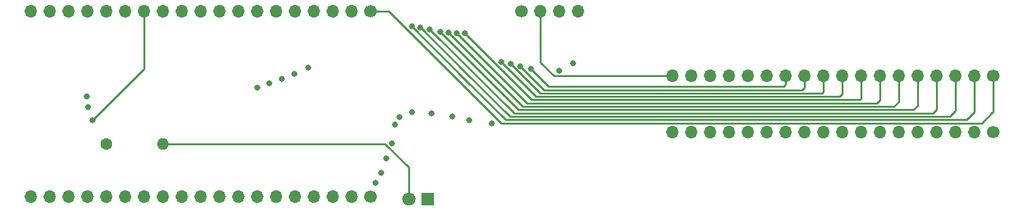
<source format=gbr>
%TF.GenerationSoftware,KiCad,Pcbnew,(6.0.6)*%
%TF.CreationDate,2022-07-10T22:52:01+02:00*%
%TF.ProjectId,ESP32_DevKit_C_v4-AZDelivery_Breadboard_Adapter,45535033-325f-4446-9576-4b69745f435f,rev?*%
%TF.SameCoordinates,Original*%
%TF.FileFunction,Copper,L4,Bot*%
%TF.FilePolarity,Positive*%
%FSLAX46Y46*%
G04 Gerber Fmt 4.6, Leading zero omitted, Abs format (unit mm)*
G04 Created by KiCad (PCBNEW (6.0.6)) date 2022-07-10 22:52:01*
%MOMM*%
%LPD*%
G01*
G04 APERTURE LIST*
%TA.AperFunction,ComponentPad*%
%ADD10C,1.800000*%
%TD*%
%TA.AperFunction,ComponentPad*%
%ADD11R,1.800000X1.800000*%
%TD*%
%TA.AperFunction,ComponentPad*%
%ADD12O,1.600000X1.600000*%
%TD*%
%TA.AperFunction,ComponentPad*%
%ADD13C,1.600000*%
%TD*%
%TA.AperFunction,ComponentPad*%
%ADD14O,1.700000X1.700000*%
%TD*%
%TA.AperFunction,ComponentPad*%
%ADD15C,1.700000*%
%TD*%
%TA.AperFunction,ViaPad*%
%ADD16C,0.800000*%
%TD*%
%TA.AperFunction,Conductor*%
%ADD17C,0.250000*%
%TD*%
G04 APERTURE END LIST*
D10*
%TO.P,D1,2,A*%
%TO.N,Net-(D1-Pad2)*%
X127060000Y-80190000D03*
D11*
%TO.P,D1,1,K*%
%TO.N,GND*%
X129600000Y-80190000D03*
%TD*%
D12*
%TO.P,R1,2*%
%TO.N,Net-(D1-Pad2)*%
X93970000Y-72690000D03*
D13*
%TO.P,R1,1*%
%TO.N,GPIO2*%
X86350000Y-72690000D03*
%TD*%
D14*
%TO.P,J5,4,Pin_4*%
%TO.N,GPIO21*%
X149860000Y-54790000D03*
%TO.P,J5,3,Pin_3*%
%TO.N,GPIO22*%
X147320000Y-54790000D03*
%TO.P,J5,2,Pin_2*%
%TO.N,+5V*%
X144780000Y-54790000D03*
D15*
%TO.P,J5,1,Pin_1*%
%TO.N,GND*%
X142240000Y-54790000D03*
%TD*%
%TO.P,J4,1,Pin_1*%
%TO.N,GND*%
X205740000Y-71120000D03*
D14*
%TO.P,J4,2,Pin_2*%
%TO.N,GPIO23*%
X203200000Y-71120000D03*
%TO.P,J4,3,Pin_3*%
%TO.N,GPIO22*%
X200660000Y-71120000D03*
%TO.P,J4,4,Pin_4*%
%TO.N,GPIO1*%
X198120000Y-71120000D03*
%TO.P,J4,5,Pin_5*%
%TO.N,GPIO3*%
X195580000Y-71120000D03*
%TO.P,J4,6,Pin_6*%
%TO.N,GPIO21*%
X193040000Y-71120000D03*
%TO.P,J4,7,Pin_7*%
%TO.N,GPIO19*%
X190500000Y-71120000D03*
%TO.P,J4,8,Pin_8*%
%TO.N,GPIO18*%
X187960000Y-71120000D03*
%TO.P,J4,9,Pin_9*%
%TO.N,GPIO5*%
X185420000Y-71120000D03*
%TO.P,J4,10,Pin_10*%
%TO.N,GPIO17*%
X182880000Y-71120000D03*
%TO.P,J4,11,Pin_11*%
%TO.N,GPIO16*%
X180340000Y-71120000D03*
%TO.P,J4,12,Pin_12*%
%TO.N,GPIO4*%
X177800000Y-71120000D03*
%TO.P,J4,13,Pin_13*%
%TO.N,GPIO0*%
X175260000Y-71120000D03*
%TO.P,J4,14,Pin_14*%
%TO.N,GPIO2*%
X172720000Y-71120000D03*
%TO.P,J4,15,Pin_15*%
%TO.N,GPIO15*%
X170180000Y-71120000D03*
%TO.P,J4,16,Pin_16*%
%TO.N,GPIO8*%
X167640000Y-71120000D03*
%TO.P,J4,17,Pin_17*%
%TO.N,GPIO7*%
X165100000Y-71120000D03*
%TO.P,J4,18,Pin_18*%
%TO.N,GPIO6*%
X162560000Y-71120000D03*
%TD*%
D15*
%TO.P,J3,1,Pin_1*%
%TO.N,+3.3V*%
X205740000Y-63500000D03*
D14*
%TO.P,J3,2,Pin_2*%
%TO.N,RESET*%
X203200000Y-63500000D03*
%TO.P,J3,3,Pin_3*%
%TO.N,GPIO36*%
X200660000Y-63500000D03*
%TO.P,J3,4,Pin_4*%
%TO.N,GPIO39*%
X198120000Y-63500000D03*
%TO.P,J3,5,Pin_5*%
%TO.N,GPIO34*%
X195580000Y-63500000D03*
%TO.P,J3,6,Pin_6*%
%TO.N,GPIO35*%
X193040000Y-63500000D03*
%TO.P,J3,7,Pin_7*%
%TO.N,GPIO32*%
X190500000Y-63500000D03*
%TO.P,J3,8,Pin_8*%
%TO.N,GPIO33*%
X187960000Y-63500000D03*
%TO.P,J3,9,Pin_9*%
%TO.N,GPIO25*%
X185420000Y-63500000D03*
%TO.P,J3,10,Pin_10*%
%TO.N,GPIO26*%
X182880000Y-63500000D03*
%TO.P,J3,11,Pin_11*%
%TO.N,GPIO27*%
X180340000Y-63500000D03*
%TO.P,J3,12,Pin_12*%
%TO.N,GPIO14*%
X177800000Y-63500000D03*
%TO.P,J3,13,Pin_13*%
%TO.N,GPIO12*%
X175260000Y-63500000D03*
%TO.P,J3,14,Pin_14*%
%TO.N,GPIO13*%
X172720000Y-63500000D03*
%TO.P,J3,15,Pin_15*%
%TO.N,GPIO9*%
X170180000Y-63500000D03*
%TO.P,J3,16,Pin_16*%
%TO.N,GPIO10*%
X167640000Y-63500000D03*
%TO.P,J3,17,Pin_17*%
%TO.N,GPIO11*%
X165100000Y-63500000D03*
%TO.P,J3,18,Pin_18*%
%TO.N,+5V*%
X162560000Y-63500000D03*
%TD*%
D15*
%TO.P,J2,1,Pin_1*%
%TO.N,GND*%
X121900000Y-79790000D03*
D14*
%TO.P,J2,2,Pin_2*%
%TO.N,GPIO23*%
X119360000Y-79790000D03*
%TO.P,J2,3,Pin_3*%
%TO.N,GPIO22*%
X116820000Y-79790000D03*
%TO.P,J2,4,Pin_4*%
%TO.N,GPIO1*%
X114280000Y-79790000D03*
%TO.P,J2,5,Pin_5*%
%TO.N,GPIO3*%
X111740000Y-79790000D03*
%TO.P,J2,6,Pin_6*%
%TO.N,GPIO21*%
X109200000Y-79790000D03*
%TO.P,J2,7,Pin_7*%
%TO.N,GND*%
X106660000Y-79790000D03*
%TO.P,J2,8,Pin_8*%
%TO.N,GPIO19*%
X104120000Y-79790000D03*
%TO.P,J2,9,Pin_9*%
%TO.N,GPIO18*%
X101580000Y-79790000D03*
%TO.P,J2,10,Pin_10*%
%TO.N,GPIO5*%
X99040000Y-79790000D03*
%TO.P,J2,11,Pin_11*%
%TO.N,GPIO17*%
X96500000Y-79790000D03*
%TO.P,J2,12,Pin_12*%
%TO.N,GPIO16*%
X93960000Y-79790000D03*
%TO.P,J2,13,Pin_13*%
%TO.N,GPIO4*%
X91420000Y-79790000D03*
%TO.P,J2,14,Pin_14*%
%TO.N,GPIO0*%
X88880000Y-79790000D03*
%TO.P,J2,15,Pin_15*%
%TO.N,GPIO2*%
X86340000Y-79790000D03*
%TO.P,J2,16,Pin_16*%
%TO.N,GPIO15*%
X83800000Y-79790000D03*
%TO.P,J2,17,Pin_17*%
%TO.N,GPIO8*%
X81260000Y-79790000D03*
%TO.P,J2,18,Pin_18*%
%TO.N,GPIO7*%
X78720000Y-79790000D03*
%TO.P,J2,19,Pin_19*%
%TO.N,GPIO6*%
X76180000Y-79790000D03*
%TD*%
D15*
%TO.P,J1,1,Pin_1*%
%TO.N,+3.3V*%
X121900000Y-54790000D03*
D14*
%TO.P,J1,2,Pin_2*%
%TO.N,RESET*%
X119360000Y-54790000D03*
%TO.P,J1,3,Pin_3*%
%TO.N,GPIO36*%
X116820000Y-54790000D03*
%TO.P,J1,4,Pin_4*%
%TO.N,GPIO39*%
X114280000Y-54790000D03*
%TO.P,J1,5,Pin_5*%
%TO.N,GPIO34*%
X111740000Y-54790000D03*
%TO.P,J1,6,Pin_6*%
%TO.N,GPIO35*%
X109200000Y-54790000D03*
%TO.P,J1,7,Pin_7*%
%TO.N,GPIO32*%
X106660000Y-54790000D03*
%TO.P,J1,8,Pin_8*%
%TO.N,GPIO33*%
X104120000Y-54790000D03*
%TO.P,J1,9,Pin_9*%
%TO.N,GPIO25*%
X101580000Y-54790000D03*
%TO.P,J1,10,Pin_10*%
%TO.N,GPIO26*%
X99040000Y-54790000D03*
%TO.P,J1,11,Pin_11*%
%TO.N,GPIO27*%
X96500000Y-54790000D03*
%TO.P,J1,12,Pin_12*%
%TO.N,GPIO14*%
X93960000Y-54790000D03*
%TO.P,J1,13,Pin_13*%
%TO.N,GPIO12*%
X91420000Y-54790000D03*
%TO.P,J1,14,Pin_14*%
%TO.N,GND*%
X88880000Y-54790000D03*
%TO.P,J1,15,Pin_15*%
%TO.N,GPIO13*%
X86340000Y-54790000D03*
%TO.P,J1,16,Pin_16*%
%TO.N,GPIO9*%
X83800000Y-54790000D03*
%TO.P,J1,17,Pin_17*%
%TO.N,GPIO10*%
X81260000Y-54790000D03*
%TO.P,J1,18,Pin_18*%
%TO.N,GPIO11*%
X78720000Y-54790000D03*
%TO.P,J1,19,Pin_19*%
%TO.N,+5V*%
X76180000Y-54790000D03*
%TD*%
D16*
%TO.N,GPIO21*%
X149200000Y-61790000D03*
%TO.N,GPIO22*%
X147300000Y-62775500D03*
%TO.N,GPIO12*%
X84501305Y-69491305D03*
%TO.N,GPIO13*%
X83900000Y-67690000D03*
%TO.N,GPIO9*%
X83737701Y-66252299D03*
%TO.N,GPIO14*%
X143470147Y-62519853D03*
%TO.N,GPIO27*%
X142107847Y-62182153D03*
%TO.N,GPIO26*%
X140795548Y-61894452D03*
%TO.N,GPIO25*%
X139534194Y-61657698D03*
%TO.N,GPIO33*%
X134617398Y-57765500D03*
%TO.N,GPIO32*%
X133514499Y-57706099D03*
%TO.N,GPIO35*%
X132396049Y-57612249D03*
%TO.N,GPIO34*%
X131274600Y-57515400D03*
%TO.N,GPIO39*%
X129912300Y-57177700D03*
%TO.N,GPIO36*%
X128599386Y-56939382D03*
%TO.N,RESET*%
X127462702Y-56827297D03*
%TO.N,GPIO6*%
X113511499Y-62401499D03*
%TO.N,GPIO7*%
X111699199Y-63189199D03*
%TO.N,GPIO8*%
X109936899Y-63926899D03*
%TO.N,GPIO15*%
X108324599Y-64514599D03*
%TO.N,GPIO2*%
X106712299Y-65102299D03*
%TO.N,GPIO4*%
X138271014Y-69914500D03*
%TO.N,GPIO16*%
X135200000Y-69464500D03*
%TO.N,GPIO17*%
X132900000Y-69014500D03*
%TO.N,GPIO5*%
X130100000Y-68564500D03*
%TO.N,GPIO18*%
X127524599Y-68414600D03*
%TO.N,GPIO19*%
X125852684Y-69061915D03*
%TO.N,GPIO21*%
X125248000Y-70090000D03*
%TO.N,GPIO3*%
X124798000Y-72590000D03*
%TO.N,GPIO1*%
X124073500Y-74690000D03*
%TO.N,GPIO22*%
X123349000Y-76590000D03*
%TO.N,GPIO23*%
X122624500Y-77990000D03*
%TD*%
D17*
%TO.N,Net-(D1-Pad2)*%
X127060000Y-75877305D02*
X127060000Y-80190000D01*
X124073000Y-72890305D02*
X127060000Y-75877305D01*
X123900000Y-72690000D02*
X124073000Y-72863000D01*
X93970000Y-72690000D02*
X123900000Y-72690000D01*
X124073000Y-72863000D02*
X124073000Y-72890305D01*
%TO.N,GPIO12*%
X91420000Y-62572610D02*
X91420000Y-54790000D01*
X84501305Y-69491305D02*
X91420000Y-62572610D01*
%TO.N,+5V*%
X144780000Y-61670000D02*
X144780000Y-54790000D01*
X146610000Y-63500000D02*
X144780000Y-61670000D01*
X162560000Y-63500000D02*
X146610000Y-63500000D01*
%TO.N,GPIO14*%
X145890294Y-64940000D02*
X143470147Y-62519853D01*
X160400000Y-64940000D02*
X145890294Y-64940000D01*
%TO.N,GPIO27*%
X145315694Y-65390000D02*
X142107847Y-62182153D01*
X160400000Y-65390000D02*
X145315694Y-65390000D01*
%TO.N,GPIO26*%
X144741096Y-65840000D02*
X140795548Y-61894452D01*
X160400000Y-65840000D02*
X144741096Y-65840000D01*
%TO.N,GPIO25*%
X144166496Y-66290000D02*
X139534194Y-61657698D01*
X160400000Y-66290000D02*
X144166496Y-66290000D01*
%TO.N,GPIO33*%
X143591898Y-66740000D02*
X134617398Y-57765500D01*
X160400000Y-66740000D02*
X143591898Y-66740000D01*
%TO.N,GPIO32*%
X142998400Y-67190000D02*
X133514499Y-57706099D01*
X160400000Y-67190000D02*
X142998400Y-67190000D01*
%TO.N,GPIO35*%
X142423800Y-67640000D02*
X132396049Y-57612249D01*
X160400000Y-67640000D02*
X142423800Y-67640000D01*
%TO.N,GPIO34*%
X141849200Y-68090000D02*
X131274600Y-57515400D01*
X160400000Y-68090000D02*
X141849200Y-68090000D01*
%TO.N,GPIO39*%
X141274600Y-68540000D02*
X129912300Y-57177700D01*
X160400000Y-68540000D02*
X141274600Y-68540000D01*
%TO.N,GPIO36*%
X128649382Y-56939382D02*
X128599386Y-56939382D01*
X134650000Y-62940000D02*
X128649382Y-56939382D01*
X140700000Y-68990000D02*
X134650000Y-62940000D01*
%TO.N,RESET*%
X134600905Y-63965500D02*
X127462702Y-56827297D01*
X134618600Y-63965500D02*
X134600905Y-63965500D01*
%TO.N,GPIO36*%
X160400000Y-68990000D02*
X140700000Y-68990000D01*
%TO.N,RESET*%
X140093100Y-69440000D02*
X134618600Y-63965500D01*
X160400000Y-69440000D02*
X140093100Y-69440000D01*
%TO.N,+3.3V*%
X124400805Y-54790000D02*
X139500805Y-69890000D01*
X121900000Y-54790000D02*
X124400805Y-54790000D01*
X139500805Y-69890000D02*
X153100000Y-69890000D01*
X160400000Y-69890000D02*
X153100000Y-69890000D01*
%TO.N,GPIO14*%
X176800000Y-64940000D02*
X160400000Y-64940000D01*
X177562081Y-64940000D02*
X176800000Y-64940000D01*
X177800000Y-64702081D02*
X177562081Y-64940000D01*
X177800000Y-63500000D02*
X177800000Y-64702081D01*
%TO.N,GPIO27*%
X179600000Y-65390000D02*
X160400000Y-65390000D01*
X180000000Y-65390000D02*
X179600000Y-65390000D01*
X180340000Y-65050000D02*
X180000000Y-65390000D01*
X180340000Y-63500000D02*
X180340000Y-65050000D01*
%TO.N,GPIO26*%
X182700000Y-65840000D02*
X160400000Y-65840000D01*
X182880000Y-65660000D02*
X182700000Y-65840000D01*
X182880000Y-63500000D02*
X182880000Y-65660000D01*
%TO.N,GPIO25*%
X185100000Y-66290000D02*
X160400000Y-66290000D01*
X185420000Y-65970000D02*
X185100000Y-66290000D01*
X185420000Y-63500000D02*
X185420000Y-65970000D01*
%TO.N,GPIO33*%
X187800000Y-66740000D02*
X160400000Y-66740000D01*
X187960000Y-66580000D02*
X187800000Y-66740000D01*
X187960000Y-63500000D02*
X187960000Y-66580000D01*
%TO.N,GPIO32*%
X190100000Y-67190000D02*
X160400000Y-67190000D01*
X190500000Y-66790000D02*
X190100000Y-67190000D01*
X190500000Y-63500000D02*
X190500000Y-66790000D01*
%TO.N,+3.3V*%
X199700000Y-69890000D02*
X160400000Y-69890000D01*
X205600000Y-68490000D02*
X204200000Y-69890000D01*
X204200000Y-69890000D02*
X199700000Y-69890000D01*
X205740000Y-63500000D02*
X205740000Y-68350000D01*
X205740000Y-68350000D02*
X205600000Y-68490000D01*
%TO.N,GPIO35*%
X160750000Y-67640000D02*
X160400000Y-67640000D01*
X193040000Y-63500000D02*
X193040000Y-67000000D01*
X193040000Y-67000000D02*
X192400000Y-67640000D01*
X192400000Y-67640000D02*
X160750000Y-67640000D01*
%TO.N,GPIO34*%
X195000000Y-68090000D02*
X160400000Y-68090000D01*
X195580000Y-67510000D02*
X195000000Y-68090000D01*
X195580000Y-63500000D02*
X195580000Y-67510000D01*
%TO.N,GPIO39*%
X198120000Y-68020000D02*
X197600000Y-68540000D01*
X197600000Y-68540000D02*
X160400000Y-68540000D01*
X198120000Y-63500000D02*
X198120000Y-68020000D01*
%TO.N,GPIO36*%
X199900000Y-68990000D02*
X160400000Y-68990000D01*
X200660000Y-68230000D02*
X199900000Y-68990000D01*
X200660000Y-63500000D02*
X200660000Y-68230000D01*
%TO.N,RESET*%
X161150000Y-69440000D02*
X160400000Y-69440000D01*
X202150000Y-69440000D02*
X161150000Y-69440000D01*
X202300000Y-69290000D02*
X202150000Y-69440000D01*
X203200000Y-68390000D02*
X202300000Y-69290000D01*
X203200000Y-63500000D02*
X203200000Y-68390000D01*
%TD*%
M02*

</source>
